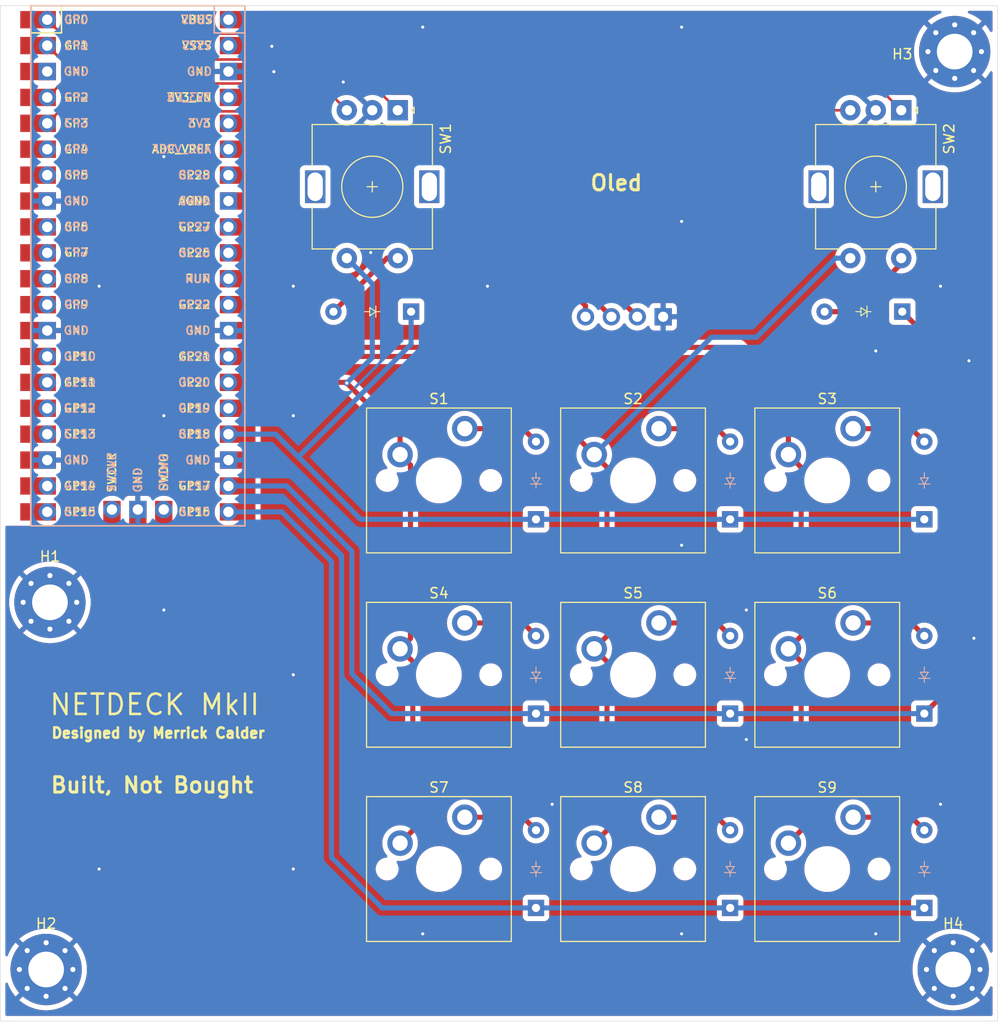
<source format=kicad_pcb>
(kicad_pcb (version 20240108) (generator "pcbnew") (generator_version "8.0")
  (layers (0 "F.Cu" signal) (31 "B.Cu" signal) (34 "B.Paste" user) (35 "F.Paste" user) (36 "B.SilkS" user "B.Silkscreen") (37 "F.SilkS" user "F.Silkscreen") (38 "B.Mask" user) (39 "F.Mask" user) (44 "Edge.Cuts" user))
  (net 0 "")
  (net 1 "Net-(D1-A)")
  (net 2 "Net-(D2-A)")
  (net 3 "Net-(D3-A)")
  (net 4 "Net-(D4-A)")
  (net 5 "/Row 0")
  (net 6 "/Row 1")
  (net 7 "/Column 0")
  (net 8 "/Column 1")
  (net 9 "Net-(D10-A)")
  (net 14 "Net-(D11-A)")
  (net 23 "Net-(D5-A)")
  (net 24 "Net-(D6-A)")
  (net 25 "/Row 2")
  (net 26 "Net-(D7-A)")
  (net 27 "Net-(D8-A)")
  (net 28 "Net-(D9-A)")
  (net 29 "/OLED_VCC")
  (net 30 "/GND")
  (net 31 "/SDA")
  (net 32 "/SCL")
  (net 33 "/Column 2")
  (net 35 "/SW1_B")
  (net 36 "/SW1_A")
  (net 38 "/SW2_B")
  (net 39 "/SW2_A")
  (footprint "ScottoKeebs_MX:MX_PCB_1.00u" (layer "F.Cu") (at 218.1225 69.215)
    (property "Reference" "S3" (at 0 -8 0) (layer "F.SilkS"))
    (property "Value" "Keyswitch")
    (pad "" np_thru_hole circle (at -5.08 0) (size 1.75 1.75) (drill 1.75) (layers "*.Cu" "*.Mask"))
    (pad "" np_thru_hole circle (at 0 0) (size 4 4) (drill 4) (layers "*.Cu" "*.Mask"))
    (pad "" np_thru_hole circle (at 5.08 0) (size 1.75 1.75) (drill 1.75) (layers "*.Cu" "*.Mask"))
    (pad "1" thru_hole circle (at -3.81 -2.54) (size 2.5 2.5) (drill 1.5) (layers "*.Cu" "*.Mask") (net 33 "/Column 2"))
    (pad "2" thru_hole circle (at 2.54 -5.08) (size 2.5 2.5) (drill 1.5) (layers "*.Cu" "*.Mask") (net 3 "Net-(D3-A)"))
  )
  (footprint "MountingHole:MountingHole_3.5mm_Pad_Via" (layer "F.Cu") (at 230.628845 27.165)
    (property "Reference" "H3" (at -5.143845 0.25 0) (layer "F.SilkS"))
    (property "Value" "MP1")
    (pad "1" thru_hole circle (at -2.625 0) (size 0.8 0.8) (drill 0.5) (layers "*.Cu" "*.Mask") (net 30 "/GND"))
    (pad "1" thru_hole circle (at -1.856155 -1.856155) (size 0.8 0.8) (drill 0.5) (layers "*.Cu" "*.Mask") (net 30 "/GND"))
    (pad "1" thru_hole circle (at -1.856155 1.856155) (size 0.8 0.8) (drill 0.5) (layers "*.Cu" "*.Mask") (net 30 "/GND"))
    (pad "1" thru_hole circle (at 0 -2.625) (size 0.8 0.8) (drill 0.5) (layers "*.Cu" "*.Mask") (net 30 "/GND"))
    (pad "1" thru_hole circle (at 0 0) (size 7 7) (drill 3.5) (layers "*.Cu" "*.Mask") (net 30 "/GND"))
    (pad "1" thru_hole circle (at 0 2.625) (size 0.8 0.8) (drill 0.5) (layers "*.Cu" "*.Mask") (net 30 "/GND"))
    (pad "1" thru_hole circle (at 1.856155 -1.856155) (size 0.8 0.8) (drill 0.5) (layers "*.Cu" "*.Mask") (net 30 "/GND"))
    (pad "1" thru_hole circle (at 1.856155 1.856155) (size 0.8 0.8) (drill 0.5) (layers "*.Cu" "*.Mask") (net 30 "/GND"))
    (pad "1" thru_hole circle (at 2.625 0) (size 0.8 0.8) (drill 0.5) (layers "*.Cu" "*.Mask") (net 30 "/GND"))
  )
  (footprint "ScottoKeebs_MX:MX_PCB_1.00u" (layer "F.Cu") (at 180.0225 107.315)
    (property "Reference" "S7" (at 0 -8 0) (layer "F.SilkS"))
    (property "Value" "Keyswitch")
    (pad "" np_thru_hole circle (at -5.08 0) (size 1.75 1.75) (drill 1.75) (layers "*.Cu" "*.Mask"))
    (pad "" np_thru_hole circle (at 0 0) (size 4 4) (drill 4) (layers "*.Cu" "*.Mask"))
    (pad "" np_thru_hole circle (at 5.08 0) (size 1.75 1.75) (drill 1.75) (layers "*.Cu" "*.Mask"))
    (pad "1" thru_hole circle (at -3.81 -2.54) (size 2.5 2.5) (drill 1.5) (layers "*.Cu" "*.Mask") (net 7 "/Column 0"))
    (pad "2" thru_hole circle (at 2.54 -5.08) (size 2.5 2.5) (drill 1.5) (layers "*.Cu" "*.Mask") (net 26 "Net-(D7-A)"))
  )
  (footprint "ScottoKeebs_MX:MX_PCB_1.00u" (layer "F.Cu") (at 199.0725 88.265)
    (property "Reference" "S5" (at 0 -8 0) (layer "F.SilkS"))
    (property "Value" "Keyswitch")
    (pad "" np_thru_hole circle (at -5.08 0) (size 1.75 1.75) (drill 1.75) (layers "*.Cu" "*.Mask"))
    (pad "" np_thru_hole circle (at 0 0) (size 4 4) (drill 4) (layers "*.Cu" "*.Mask"))
    (pad "" np_thru_hole circle (at 5.08 0) (size 1.75 1.75) (drill 1.75) (layers "*.Cu" "*.Mask"))
    (pad "1" thru_hole circle (at -3.81 -2.54) (size 2.5 2.5) (drill 1.5) (layers "*.Cu" "*.Mask") (net 8 "/Column 1"))
    (pad "2" thru_hole circle (at 2.54 -5.08) (size 2.5 2.5) (drill 1.5) (layers "*.Cu" "*.Mask") (net 23 "Net-(D5-A)"))
  )
  (footprint "MountingHole:MountingHole_3.5mm_Pad_Via" (layer "F.Cu") (at 141.485 117.165)
    (property "Reference" "H2" (at 0 -4.5 0) (layer "F.SilkS"))
    (property "Value" "MP1")
    (pad "1" thru_hole circle (at -2.625 0) (size 0.8 0.8) (drill 0.5) (layers "*.Cu" "*.Mask") (net 30 "/GND"))
    (pad "1" thru_hole circle (at -1.856155 -1.856155) (size 0.8 0.8) (drill 0.5) (layers "*.Cu" "*.Mask") (net 30 "/GND"))
    (pad "1" thru_hole circle (at -1.856155 1.856155) (size 0.8 0.8) (drill 0.5) (layers "*.Cu" "*.Mask") (net 30 "/GND"))
    (pad "1" thru_hole circle (at 0 -2.625) (size 0.8 0.8) (drill 0.5) (layers "*.Cu" "*.Mask") (net 30 "/GND"))
    (pad "1" thru_hole circle (at 0 0) (size 7 7) (drill 3.5) (layers "*.Cu" "*.Mask") (net 30 "/GND"))
    (pad "1" thru_hole circle (at 0 2.625) (size 0.8 0.8) (drill 0.5) (layers "*.Cu" "*.Mask") (net 30 "/GND"))
    (pad "1" thru_hole circle (at 1.856155 -1.856155) (size 0.8 0.8) (drill 0.5) (layers "*.Cu" "*.Mask") (net 30 "/GND"))
    (pad "1" thru_hole circle (at 1.856155 1.856155) (size 0.8 0.8) (drill 0.5) (layers "*.Cu" "*.Mask") (net 30 "/GND"))
    (pad "1" thru_hole circle (at 2.625 0) (size 0.8 0.8) (drill 0.5) (layers "*.Cu" "*.Mask") (net 30 "/GND"))
  )
  (footprint "ScottoKeebs_MX:MX_PCB_1.00u" (layer "F.Cu") (at 199.0725 107.315)
    (property "Reference" "S8" (at 0 -8 0) (layer "F.SilkS"))
    (property "Value" "Keyswitch")
    (pad "" np_thru_hole circle (at -5.08 0) (size 1.75 1.75) (drill 1.75) (layers "*.Cu" "*.Mask"))
    (pad "" np_thru_hole circle (at 0 0) (size 4 4) (drill 4) (layers "*.Cu" "*.Mask"))
    (pad "" np_thru_hole circle (at 5.08 0) (size 1.75 1.75) (drill 1.75) (layers "*.Cu" "*.Mask"))
    (pad "1" thru_hole circle (at -3.81 -2.54) (size 2.5 2.5) (drill 1.5) (layers "*.Cu" "*.Mask") (net 8 "/Column 1"))
    (pad "2" thru_hole circle (at 2.54 -5.08) (size 2.5 2.5) (drill 1.5) (layers "*.Cu" "*.Mask") (net 27 "Net-(D8-A)"))
  )
  (footprint "ScottoKeebs_MX:MX_PCB_1.00u" (layer "F.Cu") (at 180.0225 88.265)
    (property "Reference" "S4" (at 0 -8 0) (layer "F.SilkS"))
    (property "Value" "Keyswitch")
    (pad "" np_thru_hole circle (at -5.08 0) (size 1.75 1.75) (drill 1.75) (layers "*.Cu" "*.Mask"))
    (pad "" np_thru_hole circle (at 0 0) (size 4 4) (drill 4) (layers "*.Cu" "*.Mask"))
    (pad "" np_thru_hole circle (at 5.08 0) (size 1.75 1.75) (drill 1.75) (layers "*.Cu" "*.Mask"))
    (pad "1" thru_hole circle (at -3.81 -2.54) (size 2.5 2.5) (drill 1.5) (layers "*.Cu" "*.Mask") (net 7 "/Column 0"))
    (pad "2" thru_hole circle (at 2.54 -5.08) (size 2.5 2.5) (drill 1.5) (layers "*.Cu" "*.Mask") (net 4 "Net-(D4-A)"))
  )
  (footprint "Rotary_Encoder:RotaryEncoder_Alps_EC11E-Switch_Vertical_H20mm" (layer "F.Cu") (at 175.985 32.915 -90)
    (property "Reference" "SW1" (at 2.8 -4.7 90) (layer "F.SilkS"))
    (property "Value" "RotaryEncoder_Switch")
    (pad "A" thru_hole rect (at 0 0 270) (size 2 2) (drill 1) (layers "*.Cu" "*.Mask") (net 36 "/SW1_A"))
    (pad "B" thru_hole circle (at 0 5 270) (size 2 2) (drill 1) (layers "*.Cu" "*.Mask") (net 35 "/SW1_B"))
    (pad "C" thru_hole circle (at 0 2.5 270) (size 2 2) (drill 1) (layers "*.Cu" "*.Mask") (net 30 "/GND"))
    (pad "MP" thru_hole rect (at 7.5 -3.1 270) (size 3.2 2) (drill oval 2.8 1.5) (layers "*.Cu" "*.Mask"))
    (pad "MP" thru_hole rect (at 7.5 8.1 270) (size 3.2 2) (drill oval 2.8 1.5) (layers "*.Cu" "*.Mask"))
    (pad "S1" thru_hole circle (at 14.5 5 270) (size 2 2) (drill 1) (layers "*.Cu" "*.Mask") (net 7 "/Column 0"))
    (pad "S2" thru_hole circle (at 14.5 0 270) (size 2 2) (drill 1) (layers "*.Cu" "*.Mask") (net 14 "Net-(D11-A)"))
  )
  (footprint "ScottoKeebs_MX:MX_PCB_1.00u" (layer "F.Cu") (at 218.1225 88.265)
    (property "Reference" "S6" (at 0 -8 0) (layer "F.SilkS"))
    (property "Value" "Keyswitch")
    (pad "" np_thru_hole circle (at -5.08 0) (size 1.75 1.75) (drill 1.75) (layers "*.Cu" "*.Mask"))
    (pad "" np_thru_hole circle (at 0 0) (size 4 4) (drill 4) (layers "*.Cu" "*.Mask"))
    (pad "" np_thru_hole circle (at 5.08 0) (size 1.75 1.75) (drill 1.75) (layers "*.Cu" "*.Mask"))
    (pad "1" thru_hole circle (at -3.81 -2.54) (size 2.5 2.5) (drill 1.5) (layers "*.Cu" "*.Mask") (net 33 "/Column 2"))
    (pad "2" thru_hole circle (at 2.54 -5.08) (size 2.5 2.5) (drill 1.5) (layers "*.Cu" "*.Mask") (net 24 "Net-(D6-A)"))
  )
  (footprint "ScottoKeebs_Components:Diode_DO-35" (layer "F.Cu") (at 225.485 52.665 180)
    (property "Reference" "D10" (hide yes))
    (property "Value" "Diode" (hide yes))
    (pad "1" thru_hole rect (at 0 0 180) (size 1.6 1.6) (drill 0.8) (layers "*.Cu" "*.Mask") (net 6 "/Row 1"))
    (pad "2" thru_hole oval (at 7.62 0 180) (size 1.6 1.6) (drill 0.8) (layers "*.Cu" "*.Mask") (net 9 "Net-(D10-A)"))
  )
  (footprint "ScottoKeebs_Components:OLED_128x64" (layer "F.Cu") (at 198.215 53.165 180)
    (property "Reference" "J1" (hide yes))
    (property "Value" "OLED_128x64")
    (pad "1" thru_hole rect (at -3.81 0 270) (size 1.7 1.7) (drill 1) (layers "*.Cu" "*.Mask") (net 30 "/GND"))
    (pad "2" thru_hole oval (at -1.27 0 270) (size 1.7 1.7) (drill 1) (layers "*.Cu" "*.Mask") (net 29 "/OLED_VCC"))
    (pad "3" thru_hole oval (at 1.27 0 270) (size 1.7 1.7) (drill 1) (layers "*.Cu" "*.Mask") (net 32 "/SCL"))
    (pad "4" thru_hole oval (at 3.81 0 270) (size 1.7 1.7) (drill 1) (layers "*.Cu" "*.Mask") (net 31 "/SDA"))
  )
  (footprint "MountingHole:MountingHole_3.5mm_Pad_Via" (layer "F.Cu") (at 230.485 117.165)
    (property "Reference" "H4" (at 0 -4.5 0) (layer "F.SilkS"))
    (property "Value" "MP1")
    (pad "1" thru_hole circle (at -2.625 0) (size 0.8 0.8) (drill 0.5) (layers "*.Cu" "*.Mask") (net 30 "/GND"))
    (pad "1" thru_hole circle (at -1.856155 -1.856155) (size 0.8 0.8) (drill 0.5) (layers "*.Cu" "*.Mask") (net 30 "/GND"))
    (pad "1" thru_hole circle (at -1.856155 1.856155) (size 0.8 0.8) (drill 0.5) (layers "*.Cu" "*.Mask") (net 30 "/GND"))
    (pad "1" thru_hole circle (at 0 -2.625) (size 0.8 0.8) (drill 0.5) (layers "*.Cu" "*.Mask") (net 30 "/GND"))
    (pad "1" thru_hole circle (at 0 0) (size 7 7) (drill 3.5) (layers "*.Cu" "*.Mask") (net 30 "/GND"))
    (pad "1" thru_hole circle (at 0 2.625) (size 0.8 0.8) (drill 0.5) (layers "*.Cu" "*.Mask") (net 30 "/GND"))
    (pad "1" thru_hole circle (at 1.856155 -1.856155) (size 0.8 0.8) (drill 0.5) (layers "*.Cu" "*.Mask") (net 30 "/GND"))
    (pad "1" thru_hole circle (at 1.856155 1.856155) (size 0.8 0.8) (drill 0.5) (layers "*.Cu" "*.Mask") (net 30 "/GND"))
    (pad "1" thru_hole circle (at 2.625 0) (size 0.8 0.8) (drill 0.5) (layers "*.Cu" "*.Mask") (net 30 "/GND"))
  )
  (footprint "ScottoKeebs_MX:MX_PCB_1.00u" (layer "F.Cu") (at 180.0225 69.215)
    (property "Reference" "S1" (at 0 -8 0) (layer "F.SilkS"))
    (property "Value" "Keyswitch")
    (pad "" np_thru_hole circle (at -5.08 0) (size 1.75 1.75) (drill 1.75) (layers "*.Cu" "*.Mask"))
    (pad "" np_thru_hole circle (at 0 0) (size 4 4) (drill 4) (layers "*.Cu" "*.Mask"))
    (pad "" np_thru_hole circle (at 5.08 0) (size 1.75 1.75) (drill 1.75) (layers "*.Cu" "*.Mask"))
    (pad "1" thru_hole circle (at -3.81 -2.54) (size 2.5 2.5) (drill 1.5) (layers "*.Cu" "*.Mask") (net 7 "/Column 0"))
    (pad "2" thru_hole circle (at 2.54 -5.08) (size 2.5 2.5) (drill 1.5) (layers "*.Cu" "*.Mask") (net 2 "Net-(D2-A)"))
  )
  (footprint "ScottoKeebs_MX:MX_PCB_1.00u" (layer "F.Cu") (at 199.0725 69.215)
    (property "Reference" "S2" (at 0 -8 0) (layer "F.SilkS"))
    (property "Value" "Keyswitch")
    (pad "" np_thru_hole circle (at -5.08 0) (size 1.75 1.75) (drill 1.75) (layers "*.Cu" "*.Mask"))
    (pad "" np_thru_hole circle (at 0 0) (size 4 4) (drill 4) (layers "*.Cu" "*.Mask"))
    (pad "" np_thru_hole circle (at 5.08 0) (size 1.75 1.75) (drill 1.75) (layers "*.Cu" "*.Mask"))
    (pad "1" thru_hole circle (at -3.81 -2.54) (size 2.5 2.5) (drill 1.5) (layers "*.Cu" "*.Mask") (net 8 "/Column 1"))
    (pad "2" thru_hole circle (at 2.54 -5.08) (size 2.5 2.5) (drill 1.5) (layers "*.Cu" "*.Mask") (net 1 "Net-(D1-A)"))
  )
  (footprint "ScottoKeebs_MX:MX_PCB_1.00u" (layer "F.Cu") (at 218.1225 107.315)
    (property "Reference" "S9" (at 0 -8 0) (layer "F.SilkS"))
    (property "Value" "Keyswitch")
    (pad "" np_thru_hole circle (at -5.08 0) (size 1.75 1.75) (drill 1.75) (layers "*.Cu" "*.Mask"))
    (pad "" np_thru_hole circle (at 0 0) (size 4 4) (drill 4) (layers "*.Cu" "*.Mask"))
    (pad "" np_thru_hole circle (at 5.08 0) (size 1.75 1.75) (drill 1.75) (layers "*.Cu" "*.Mask"))
    (pad "1" thru_hole circle (at -3.81 -2.54) (size 2.5 2.5) (drill 1.5) (layers "*.Cu" "*.Mask") (net 33 "/Column 2"))
    (pad "2" thru_hole circle (at 2.54 -5.08) (size 2.5 2.5) (drill 1.5) (layers "*.Cu" "*.Mask") (net 28 "Net-(D9-A)"))
  )
  (footprint "ScottoKeebs_Components:Diode_DO-35" (layer "F.Cu") (at 177.295 52.665 180)
    (property "Reference" "D11" (hide yes))
    (property "Value" "Diode" (hide yes))
    (pad "1" thru_hole rect (at 0 0 180) (size 1.6 1.6) (drill 0.8) (layers "*.Cu" "*.Mask") (net 5 "/Row 0"))
    (pad "2" thru_hole oval (at 7.62 0 180) (size 1.6 1.6) (drill 0.8) (layers "*.Cu" "*.Mask") (net 14 "Net-(D11-A)"))
  )
  (footprint "Rotary_Encoder:RotaryEncoder_Alps_EC11E-Switch_Vertical_H20mm" (layer "F.Cu") (at 225.385 32.915 -90)
    (property "Reference" "SW2" (at 2.8 -4.7 90) (layer "F.SilkS"))
    (property "Value" "RotaryEncoder_Switch")
    (pad "A" thru_hole rect (at 0 0 270) (size 2 2) (drill 1) (layers "*.Cu" "*.Mask") (net 39 "/SW2_A"))
    (pad "B" thru_hole circle (at 0 5 270) (size 2 2) (drill 1) (layers "*.Cu" "*.Mask") (net 38 "/SW2_B"))
    (pad "C" thru_hole circle (at 0 2.5 270) (size 2 2) (drill 1) (layers "*.Cu" "*.Mask") (net 30 "/GND"))
    (pad "MP" thru_hole rect (at 7.5 -3.1 270) (size 3.2 2) (drill oval 2.8 1.5) (layers "*.Cu" "*.Mask"))
    (pad "MP" thru_hole rect (at 7.5 8.1 270) (size 3.2 2) (drill oval 2.8 1.5) (layers "*.Cu" "*.Mask"))
    (pad "S1" thru_hole circle (at 14.5 5 270) (size 2 2) (drill 1) (layers "*.Cu" "*.Mask") (net 8 "/Column 1"))
    (pad "S2" thru_hole circle (at 14.5 0 270) (size 2 2) (drill 1) (layers "*.Cu" "*.Mask") (net 9 "Net-(D10-A)"))
  )
  (footprint "ScottoKeebs_MCU:Raspberry_Pi_Pico" (layer "F.Cu") (at 150.485 48.165)
    (property "Reference" "U2" (hide yes))
    (property "Value" "Raspberry_Pi_Pico" (hide yes))
    (fp_text user "GP3" (at -6.04 -13.97 0) (layer "B.SilkS") (effects (font (size 0.8 0.8)) (justify mirror)))
    (fp_text user "GP28" (at 5.54 -8.89 0) (layer "B.SilkS") (effects (font (size 0.8 0.8)) (justify mirror)))
    (fp_text user "GND" (at -6.04 6.35 0) (layer "B.SilkS") (effects (font (size 0.8 0.8)) (justify mirror)))
    (fp_text user "GND" (at -6.04 -6.35 0) (layer "B.SilkS") (effects (font (size 0.8 0.8)) (justify mirror)))
    (fp_text user "SWDIO" (at 2.54 20.25 90) (layer "B.SilkS") (effects (font (size 0.8 0.8)) (justify mirror)))
    (fp_text user "GP11" (at -5.69 11.43 0) (layer "B.SilkS") (effects (font (size 0.8 0.8)) (justify mirror)))
    (fp_text user "GP20" (at 5.54 11.43 0) (layer "B.SilkS") (effects (font (size 0.8 0.8)) (justify mirror)))
    (fp_text user "GP4" (at -6.04 -11.43 0) (layer "B.SilkS") (effects (font (size 0.8 0.8)) (justify mirror)))
    (fp_text user "SWCLK" (at -2.54 20.25 90) (layer "B.SilkS") (effects (font (size 0.8 0.8)) (justify mirror)))
    (fp_text user "GP10" (at -5.69 8.89 0) (layer "B.SilkS") (effects (font (size 0.8 0.8)) (justify mirror)))
    (fp_text user "GP7" (at -6.04 -1.3 0) (layer "B.SilkS") (effects (font (size 0.8 0.8)) (justify mirror)))
    (fp_text user "GND" (at 5.89 19.05 0) (layer "B.SilkS") (effects (font (size 0.8 0.8)) (justify mirror)))
    (fp_text user "3V3" (at 6.04 -13.97 0) (layer "B.SilkS") (effects (font (size 0.8 0.8)) (justify mirror)))
    (fp_text user "GP0" (at -6.04 -24.13 0) (layer "B.SilkS") (effects (font (size 0.8 0.8)) (justify mirror)))
    (fp_text user "RUN" (at 5.89 1.27 0) (layer "B.SilkS") (effects (font (size 0.8 0.8)) (justify mirror)))
    (fp_text user "GP15" (at -5.69 24.13 0) (layer "B.SilkS") (effects (font (size 0.8 0.8)) (justify mirror)))
    (fp_text user "GP18" (at 5.54 16.51 0) (layer "B.SilkS") (effects (font (size 0.8 0.8)) (justify mirror)))
    (fp_text user "GP22" (at 5.54 3.81 0) (layer "B.SilkS") (effects (font (size 0.8 0.8)) (justify mirror)))
    (fp_text user "AGND" (at 5.54 -6.35 0) (layer "B.SilkS") (effects (font (size 0.8 0.8)) (justify mirror)))
    (fp_text user "GP2" (at -6.04 -16.51 0) (layer "B.SilkS") (effects (font (size 0.8 0.8)) (justify mirror)))
    (fp_text user "GND" (at 0 21 90) (layer "B.SilkS") (effects (font (size 0.8 0.8)) (justify mirror)))
    (fp_text user "GP9" (at -6.04 3.81 0) (layer "B.SilkS") (effects (font (size 0.8 0.8)) (justify mirror)))
    (fp_text user "GP5" (at -6.04 -8.89 0) (layer "B.SilkS") (effects (font (size 0.8 0.8)) (justify mirror)))
    (fp_text user "GP26" (at 5.54 -1.27 0) (layer "B.SilkS") (effects (font (size 0.8 0.8)) (justify mirror)))
    (fp_text user "GP1" (at -6.04 -21.6 0) (layer "B.SilkS") (effects (font (size 0.8 0.8)) (justify mirror)))
    (fp_text user "GP21" (at 5.54 8.9 0) (layer "B.SilkS") (effects (font (size 0.8 0.8)) (justify mirror)))
    (fp_text user "VSYS" (at 5.79 -21.59 0) (layer "B.SilkS") (effects (font (size 0.8 0.8)) (justify mirror)))
    (fp_text user "GP14" (at -5.69 21.59 0) (layer "B.SilkS") (effects (font (size 0.8 0.8)) (justify mirror)))
    (fp_text user "ADC_VREF" (at 4.29 -11.43 0) (layer "B.SilkS") (effects (font (size 0.8 0.8)) (justify mirror)))
    (fp_text user "GP12" (at -5.69 13.97 0) (layer "B.SilkS") (effects (font (size 0.8 0.8)) (justify mirror)))
    (fp_text user "VBUS" (at 5.79 -24.13 0) (layer "B.SilkS") (effects (font (size 0.8 0.8)) (justify mirror)))
    (fp_text user "GP13" (at -5.69 16.51 0) (layer "B.SilkS") (effects (font (size 0.8 0.8)) (justify mirror)))
    (fp_text user "GP16" (at 5.54 24.13 0) (layer "B.SilkS") (effects (font (size 0.8 0.8)) (justify mirror)))
    (fp_text user "GND" (at 6.04 -19.05 0) (layer "B.SilkS") (effects (font (size 0.8 0.8)) (justify mirror)))
    (fp_text user "GND" (at -6.04 -19.05 0) (layer "B.SilkS") (effects (font (size 0.8 0.8)) (justify mirror)))
    (fp_text user "GND" (at -6.04 19.05 0) (layer "B.SilkS") (effects (font (size 0.8 0.8)) (justify mirror)))
    (fp_text user "GP27" (at 5.54 -3.8 0) (layer "B.SilkS") (effects (font (size 0.8 0.8)) (justify mirror)))
    (fp_text user "GP17" (at 5.54 21.59 0) (layer "B.SilkS") (effects (font (size 0.8 0.8)) (justify mirror)))
    (fp_text user "GP6" (at -6.04 -3.81 0) (layer "B.SilkS") (effects (font (size 0.8 0.8)) (justify mirror)))
    (fp_text user "GP8" (at -6.04 1.27 0) (layer "B.SilkS") (effects (font (size 0.8 0.8)) (justify mirror)))
    (fp_text user "GND" (at 5.89 6.35 0) (layer "B.SilkS") (effects (font (size 0.8 0.8)) (justify mirror)))
    (fp_text user "3V3_EN" (at 5.04 -16.51 0) (layer "B.SilkS") (effects (font (size 0.8 0.8)) (justify mirror)))
    (fp_text user "GP19" (at 5.54 13.97 0) (layer "B.SilkS") (effects (font (size 0.8 0.8)) (justify mirror)))
    (fp_text user "GP22" (at 5.54 3.81 0) (layer "F.SilkS") (effects (font (size 0.8 0.8))))
    (fp_text user "GP13" (at -5.69 16.51 0) (layer "F.SilkS") (effects (font (size 0.8 0.8))))
    (fp_text user "SWCLK" (at -2.54 20.25 90) (layer "F.SilkS") (effects (font (size 0.8 0.8))))
    (fp_text user "GP8" (at -6.04 1.27 0) (layer "F.SilkS") (effects (font (size 0.8 0.8))))
    (fp_text user "GP18" (at 5.54 16.51 0) (layer "F.SilkS") (effects (font (size 0.8 0.8))))
    (fp_text user "RUN" (at 5.89 1.27 0) (layer "F.SilkS") (effects (font (size 0.8 0.8))))
    (fp_text user "GND" (at 6.04 -19.05 0) (layer "F.SilkS") (effects (font (size 0.8 0.8))))
    (fp_text user "GND" (at -6.04 -19.05 0) (layer "F.SilkS") (effects (font (size 0.8 0.8))))
    (fp_text user "GP17" (at 5.54 21.59 0) (layer "F.SilkS") (effects (font (size 0.8 0.8))))
    (fp_text user "3V3_EN" (at 5.04 -16.51 0) (layer "F.SilkS") (effects (font (size 0.8 0.8))))
    (fp_text user "GP0" (at -6.04 -24.13 0) (layer "F.SilkS") (effects (font (size 0.8 0.8))))
    (fp_text user "ADC_VREF" (at 4.29 -11.43 0) (layer "F.SilkS") (effects (font (size 0.8 0.8))))
    (fp_text user "AGND" (at 5.54 -6.35 0) (layer "F.SilkS") (effects (font (size 0.8 0.8))))
    (fp_text user "GP15" (at -5.69 24.13 0) (layer "F.SilkS") (effects (font (size 0.8 0.8))))
    (fp_text user "GP12" (at -5.69 13.97 0) (layer "F.SilkS") (effects (font (size 0.8 0.8))))
    (fp_text user "GND" (at -6.04 -6.35 0) (layer "F.SilkS") (effects (font (size 0.8 0.8))))
    (fp_text user "GP6" (at -6.04 -3.81 0) (layer "F.SilkS") (effects (font (size 0.8 0.8))))
    (fp_text user "GP9" (at -6.04 3.81 0) (layer "F.SilkS") (effects (font (size 0.8 0.8))))
    (fp_text user "GP5" (at -6.04 -8.89 0) (layer "F.SilkS") (effects (font (size 0.8 0.8))))
    (fp_text user "GP27" (at 5.54 -3.8 0) (layer "F.SilkS") (effects (font (size 0.8 0.8))))
    (fp_text user "VSYS" (at 5.79 -21.59 0) (layer "F.SilkS") (effects (font (size 0.8 0.8))))
    (fp_text user "GP20" (at 5.54 11.43 0) (layer "F.SilkS") (effects (font (size 0.8 0.8))))
    (fp_text user "GND" (at -6.04 6.35 0) (layer "F.SilkS") (effects (font (size 0.8 0.8))))
    (fp_text user "GP1" (at -6.04 -21.6 0) (layer "F.SilkS") (effects (font (size 0.8 0.8))))
    (fp_text user "GP10" (at -5.69 8.89 0) (layer "F.SilkS") (effects (font (size 0.8 0.8))))
    (fp_text user "GP21" (at 5.54 8.9 0) (layer "F.SilkS") (effects (font (size 0.8 0.8))))
    (fp_text user "GP16" (at 5.54 24.13 0) (layer "F.SilkS") (effects (font (size 0.8 0.8))))
    (fp_text user "GP11" (at -5.69 11.43 0) (layer "F.SilkS") (effects (font (size 0.8 0.8))))
    (fp_text user "GP4" (at -6.04 -11.43 0) (layer "F.SilkS") (effects (font (size 0.8 0.8))))
    (fp_text user "GND" (at 5.89 19.05 0) (layer "F.SilkS") (effects (font (size 0.8 0.8))))
    (fp_text user "GP26" (at 5.54 -1.27 0) (layer "F.SilkS") (effects (font (size 0.8 0.8))))
    (fp_text user "GP28" (at 5.54 -8.89 0) (layer "F.SilkS") (effects (font (size 0.8 0.8))))
    (fp_text user "GND" (at 5.89 6.35 0) (layer "F.SilkS") (effects (font (size 0.8 0.8))))
    (fp_text user "GP2" (at -6.04 -16.51 0) (layer "F.SilkS") (effects (font (size 0.8 0.8))))
    (fp_text user "3V3" (at 6.04 -13.97 0) (layer "F.SilkS") (effects (font (size 0.8 0.8))))
    (fp_text user "VBUS" (at 5.79 -24.13 0) (layer "F.SilkS") (effects (font (size 0.8 0.8))))
    (fp_text user "GND" (at 0 21 90) (layer "F.SilkS") (effects (font (size 0.8 0.8))))
    (fp_text user "SWDIO" (at 2.54 20.25 90) (layer "F.SilkS") (effects (font (size 0.8 0.8))))
    (fp_text user "GP19" (at 5.54 13.97 0) (layer "F.SilkS") (effects (font (size 0.8 0.8))))
    (fp_text user "GND" (at -6.04 19.05 0) (layer "F.SilkS") (effects (font (size 0.8 0.8))))
    (fp_text user "GP3" (at -6.04 -13.97 0) (layer "F.SilkS") (effects (font (size 0.8 0.8))))
    (fp_text user "GP14" (at -5.69 21.59 0) (layer "F.SilkS") (effects (font (size 0.8 0.8))))
    (fp_text user "GP7" (at -6.04 -1.3 0) (layer "F.SilkS") (effects (font (size 0.8 0.8))))
    (pad "1" thru_hole oval (at -8.89 -24.13) (size 1.7 1.7) (drill 1.02) (layers "*.Cu" "*.Mask") (net 36 "/SW1_A"))
    (pad "1" smd rect (at -8.89 -24.13) (size 3.5 1.7) (drill (offset -0.9 0)) (layers "F.Cu" "F.Mask") (net 36 "/SW1_A"))
    (pad "2" thru_hole oval (at -8.89 -21.59) (size 1.7 1.7) (drill 1.02) (layers "*.Cu" "*.Mask") (net 35 "/SW1_B"))
    (pad "2" smd rect (at -8.89 -21.59) (size 3.5 1.7) (drill (offset -0.9 0)) (layers "F.Cu" "F.Mask") (net 35 "/SW1_B"))
    (pad "3" thru_hole rect (at -8.89 -19.05) (size 1.7 1.7) (drill 1.02) (layers "*.Cu" "*.Mask"))
    (pad "3" smd rect (at -8.89 -19.05) (size 3.5 1.7) (drill (offset -0.9 0)) (layers "F.Cu" "F.Mask"))
    (pad "4" thru_hole oval (at -8.89 -16.51) (size 1.7 1.7) (drill 1.02) (layers "*.Cu" "*.Mask") (net 39 "/SW2_A"))
    (pad "4" smd rect (at -8.89 -16.51) (size 3.5 1.7) (drill (offset -0.9 0)) (layers "F.Cu" "F.Mask") (net 39 "/SW2_A"))
    (pad "5" thru_hole oval (at -8.89 -13.97) (size 1.7 1.7) (drill 1.02) (layers "*.Cu" "*.Mask") (net 38 "/SW2_B"))
    (pad "5" smd rect (at -8.89 -13.97) (size 3.5 1.7) (drill (offset -0.9 0)) (layers "F.Cu" "F.Mask") (net 38 "/SW2_B"))
    (pad "6" thru_hole oval (at -8.89 -11.43) (size 1.7 1.7) (drill 1.02) (layers "*.Cu" "*.Mask"))
    (pad "6" smd rect (at -8.89 -11.43) (size 3.5 1.7) (drill (offset -0.9 0)) (layers "F.Cu" "F.Mask"))
    (pad "7" thru_hole oval (at -8.89 -8.89) (size 1.7 1.7) (drill 1.02) (layers "*.Cu" "*.Mask"))
    (pad "7" smd rect (at -8.89 -8.89) (size 3.5 1.7) (drill (offset -0.9 0)) (layers "F.Cu" "F.Mask"))
    (pad "8" thru_hole rect (at -8.89 -6.35) (size 1.7 1.7) (drill 1.02) (layers "*.Cu" "*.Mask") (net 30 "/GND"))
    (pad "8" smd rect (at -8.89 -6.35) (size 3.5 1.7) (drill (offset -0.9 0)) (layers "F.Cu" "F.Mask") (net 30 "/GND"))
    (pad "9" thru_hole oval (at -8.89 -3.81) (size 1.7 1.7) (drill 1.02) (layers "*.Cu" "*.Mask"))
    (pad "9" smd rect (at -8.89 -3.81) (size 3.5 1.7) (drill (offset -0.9 0)) (layers "F.Cu" "F.Mask"))
    (pad "10" thru_hole oval (at -8.89 -1.27) (size 1.7 1.7) (drill 1.02) (layers "*.Cu" "*.Mask"))
    (pad "10" smd rect (at -8.89 -1.27) (size 3.5 1.7) (drill (offset -0.9 0)) (layers "F.Cu" "F.Mask"))
    (pad "11" thru_hole oval (at -8.89 1.27) (size 1.7 1.7) (drill 1.02) (layers "*.Cu" "*.Mask"))
    (pad "11" smd rect (at -8.89 1.27) (size 3.5 1.7) (drill (offset -0.9 0)) (layers "F.Cu" "F.Mask"))
    (pad "12" thru_hole oval (at -8.89 3.81) (size 1.7 1.7) (drill 1.02) (layers "*.Cu" "*.Mask"))
    (pad "12" smd rect (at -8.89 3.81) (size 3.5 1.7) (drill (offset -0.9 0)) (layers "F.Cu" "F.Mask"))
    (pad "13" thru_hole rect (at -8.89 6.35) (size 1.7 1.7) (drill 1.02) (layers "*.Cu" "*.Mask") (net 30 "/GND"))
    (pad "13" smd rect (at -8.89 6.35) (size 3.5 1.7) (drill (offset -0.9 0)) (layers "F.Cu" "F.Mask") (net 30 "/GND"))
    (pad "14" thru_hole oval (at -8.89 8.89) (size 1.7 1.7) (drill 1.02) (layers "*.Cu" "*.Mask"))
    (pad "14" smd rect (at -8.89 8.89) (size 3.5 1.7) (drill (offset -0.9 0)) (layers "F.Cu" "F.Mask"))
    (pad "15" thru_hole oval (at -8.89 11.43) (size 1.7 1.7) (drill 1.02) (layers "*.Cu" "*.Mask"))
    (pad "15" smd rect (at -8.89 11.43) (size 3.5 1.7) (drill (offset -0.9 0)) (layers "F.Cu" "F.Mask"))
    (pad "16" thru_hole oval (at -8.89 13.97) (size 1.7 1.7) (drill 1.02) (layers "*.Cu" "*.Mask"))
    (pad "16" smd rect (at -8.89 13.97) (size 3.5 1.7) (drill (offset -0.9 0)) (layers "F.Cu" "F.Mask"))
    (pad "17" thru_hole oval (at -8.89 16.51) (size 1.7 1.7) (drill 1.02) (layers "*.Cu" "*.Mask"))
    (pad "17" smd rect (at -8.89 16.51) (size 3.5 1.7) (drill (offset -0.9 0)) (layers "F.Cu" "F.Mask"))
    (pad "18" thru_hole rect (at -8.89 19.05) (size 1.7 1.7) (drill 1.02) (layers "*.Cu" "*.Mask") (net 30 "/GND"))
    (pad "18" smd rect (at -8.89 19.05) (size 3.5 1.7) (drill (offset -0.9 0)) (layers "F.Cu" "F.Mask") (net 30 "/GND"))
    (pad "19" thru_hole oval (at -8.89 21.59) (size 1.7 1.7) (drill 1.02) (layers "*.Cu" "*.Mask"))
    (pad "19" smd rect (at -8.89 21.59) (size 3.5 1.7) (drill (offset -0.9 0)) (layers "F.Cu" "F.Mask"))
    (pad "20" thru_hole oval (at -8.89 24.13) (size 1.7 1.7) (drill 1.02) (layers "*.Cu" "*.Mask"))
    (pad "20" smd rect (at -8.89 24.13) (size 3.5 1.7) (drill (offset -0.9 0)) (layers "F.Cu" "F.Mask"))
    (pad "21" thru_hole oval (at 8.89 24.13) (size 1.7 1.7) (drill 1.02) (layers "*.Cu" "*.Mask") (net 25 "/Row 2"))
    (pad "21" smd rect (at 8.89 24.13) (size 3.5 1.7) (drill (offset 0.9 0)) (layers "F.Cu" "F.Mask") (net 25 "/Row 2"))
    (pad "22" thru_hole oval (at 8.89 21.59) (size 1.7 1.7) (drill 1.02) (layers "*.Cu" "*.Mask") (net 6 "/Row 1"))
    (pad "22" smd rect (at 8.89 21.59) (size 3.5 1.7) (drill (offset 0.9 0)) (layers "F.Cu" "F.Mask") (net 6 "/Row 1"))
    (pad "23" thru_hole rect (at 8.89 19.05) (size 1.7 1.7) (drill 1.02) (layers "*.Cu" "*.Mask") (net 30 "/GND"))
    (pad "23" smd rect (at 8.89 19.05) (size 3.5 1.7) (drill (offset 0.9 0)) (layers "F.Cu" "F.Mask") (net 30 "/GND"))
    (pad "24" thru_hole oval (at 8.89 16.51) (size 1.7 1.7) (drill 1.02) (layers "*.Cu" "*.Mask") (net 5 "/Row 0"))
    (pad "24" smd rect (at 8.89 16.51) (size 3.5 1.7) (drill (offset 0.9 0)) (layers "F.Cu" "F.Mask") (net 5 "/Row 0"))
    (pad "25" thru_hole oval (at 8.89 13.97) (size 1.7 1.7) (drill 1.02) (layers "*.Cu" "*.Mask"))
    (pad "25" smd rect (at 8.89 13.97) (size 3.5 1.7) (drill (offset 0.9 0)) (layers "F.Cu" "F.Mask"))
    (pad "26" thru_hole oval (at 8.89 11.43) (size 1.7 1.7) (drill 1.02) (layers "*.Cu" "*.Mask") (net 7 "/Column 0"))
    (pad "26" smd rect (at 8.89 11.43) (size 3.5 1.7) (drill (offset 0.9 0)) (layers "F.Cu" "F.Mask") (net 7 "/Column 0"))
    (pad "27" thru_hole oval (at 8.89 8.89) (size 1.7 1.7) (drill 1.02) (layers "*.Cu" "*.Mask") (net 8 "/Column 1"))
    (pad "27" smd rect (at 8.89 8.89) (size 3.5 1.7) (drill (offset 0.9 0)) (layers "F.Cu" "F.Mask") (net 8 "/Column 1"))
    (pad "28" thru_hole rect (at 8.89 6.35) (size 1.7 1.7) (drill 1.02) (layers "*.Cu" "*.Mask") (net 30 "/GND"))
    (pad "28" smd rect (at 8.89 6.35) (size 3.5 1.7) (drill (offset 0.9 0)) (layers "F.Cu" "F.Mask") (net 30 "/GND"))
    (pad "29" thru_hole oval (at 8.89 3.81) (size 1.7 1.7) (drill 1.02) (layers "*.Cu" "*.Mask") (net 33 "/Column 2"))
    (pad "29" smd rect (at 8.89 3.81) (size 3.5 1.7) (drill (offset 0.9 0)) (layers "F.Cu" "F.Mask") (net 33 "/Column 2"))
    (pad "30" thru_hole oval (at 8.89 1.27) (size 1.7 1.7) (drill 1.02) (layers "*.Cu" "*.Mask"))
    (pad "30" smd rect (at 8.89 1.27) (size 3.5 1.7) (drill (offset 0.9 0)) (layers "F.Cu" "F.Mask"))
    (pad "31" thru_hole oval (at 8.89 -1.27) (size 1.7 1.7) (drill 1.02) (layers "*.Cu" "*.Mask") (net 31 "/SDA"))
    (pad "31" smd rect (at 8.89 -1.27) (size 3.5 1.7) (drill (offset 0.9 0)) (layers "F.Cu" "F.Mask") (net 31 "/SDA"))
    (pad "32" thru_hole oval (at 8.89 -3.81) (size 1.7 1.7) (drill 1.02) (layers "*.Cu" "*.Mask") (net 32 "/SCL"))
    (pad "32" smd rect (at 8.89 -3.81) (size 3.5 1.7) (drill (offset 0.9 0)) (layers "F.Cu" "F.Mask") (net 32 "/SCL"))
    (pad "33" thru_hole rect (at 8.89 -6.35) (size 1.7 1.7) (drill 1.02) (layers "*.Cu" "*.Mask"))
    (pad "33" smd rect (at 8.89 -6.35) (size 3.5 1.7) (drill (offset 0.9 0)) (layers "F.Cu" "F.Mask"))
    (pad "34" thru_hole oval (at 8.89 -8.89) (size 1.7 1.7) (drill 1.02) (layers "*.Cu" "*.Mask"))
    (pad "34" smd rect (at 8.89 -8.89) (size 3.5 1.7) (drill (offset 0.9 0)) (layers "F.Cu" "F.Mask"))
    (pad "35" thru_hole oval (at 8.89 -11.43) (size 1.7 1.7) (drill 1.02) (layers "*.Cu" "*.Mask"))
    (pad "35" smd rect (at 8.89 -11.43) (size 3.5 1.7) (drill (offset 0.9 0)) (layers "F.Cu" "F.Mask"))
    (pad "36" thru_hole oval (at 8.89 -13.97) (size 1.7 1.7) (drill 1.02) (layers "*.Cu" "*.Mask") (net 29 "/OLED_VCC"))
    (pad "36" smd rect (at 8.89 -13.97) (size 3.5 1.7) (drill (offset 0.9 0)) (layers "F.Cu" "F.Mask") (net 29 "/OLED_VCC"))
    (pad "37" thru_hole oval (at 8.89 -16.51) (size 1.7 1.7) (drill 1.02) (layers "*.Cu" "*.Mask"))
    (pad "37" smd rect (at 8.89 -16.51) (size 3.5 1.7) (drill (offset 0.9 0)) (layers "F.Cu" "F.Mask"))
    (pad "38" thru_hole rect (at 8.89 -19.05) (size 1.7 1.7) (drill 1.02) (layers "*.Cu" "*.Mask") (net 30 "/GND"))
    (pad "38" smd rect (at 8.89 -19.05) (size 3.5 1.7) (drill (offset 0.9 0)) (layers "F.Cu" "F.Mask") (net 30 "/GND"))
    (pad "39" thru_hole oval (at 8.89 -21.59) (size 1.7 1.7) (drill 1.02) (layers "*.Cu" "*.Mask"))
    (pad "39" smd rect (at 8.89 -21.59) (size 3.5 1.7) (drill (offset 0.9 0)) (layers "F.Cu" "F.Mask"))
    (pad "40" thru_hole oval (at 8.89 -24.13) (size 1.7 1.7) (drill 1.02) (layers "*.Cu" "*.Mask"))
    (pad "40" smd rect (at 8.89 -24.13) (size 3.5 1.7) (drill (offset 0.9 0)) (layers "F.Cu" "F.Mask"))
    (pad "41" thru_hole oval (at -2.54 23.9) (size 1.7 1.7) (drill 1.02) (layers "*.Cu" "*.Mask"))
    (pad "41" smd rect (at -2.54 23.9 90) (size 3.5 1.7) (drill (offset -0.9 0)) (layers "F.Cu" "F.Mask"))
    (pad "42" thru_hole rect (at 0 23.9) (size 1.7 1.7) (drill 1.02) (layers "*.Cu" "*.Mask") (net 30 "/GND"))
    (pad "42" smd rect (at 0 23.9 90) (size 3.5 1.7) (drill (offset -0.9 0)) (layers "F.Cu" "F.Mask") (net 30 "/GND"))
    (pad "43" thru_hole oval (at 2.54 23.9) (size 1.7 1.7) (drill 1.02) (layers "*.Cu" "*.Mask"))
    (pad "43" smd rect (at 2.54 23.9 90) (size 3.5 1.7) (drill (offset -0.9 0)) (layers "F.Cu" "F.Mask"))
  )
  (footprint "MountingHole:MountingHole_3.5mm_Pad_Via" (layer "F.Cu") (at 141.86 81.165)
    (property "Reference" "H1" (at 0 -4.5 0) (layer "F.SilkS"))
    (property "Value" "MP")
    (pad "1" thru_hole circle (at -2.625 0) (size 0.8 0.8) (drill 0.5) (layers "*.Cu" "*.Mask") (net 30 "/GND"))
    (pad "1" thru_hole circle (at -1.856155 -1.856155) (size 0.8 0.8) (drill 0.5) (layers "*.Cu" "*.Mask") (net 30 "/GND"))
    (pad "1" thru_hole circle (at -1.856155 1.856155) (size 0.8 0.8) (drill 0.5) (layers "*.Cu" "*.Mask") (net 30 "/GND"))
    (pad "1" thru_hole circle (at 0 -2.625) (size 0.8 0.8) (drill 0.5) (layers "*.Cu" "*.Mask") (net 30 "/GND"))
    (pad "1" thru_hole circle (at 0 0) (size 7 7) (drill 3.5) (layers "*.Cu" "*.Mask") (net 30 "/GND"))
    (pad "1" thru_hole circle (at 0 2.625) (size 0.8 0.8) (drill 0.5) (layers "*.Cu" "*.Mask") (net 30 "/GND"))
    (pad "1" thru_hole circle (at 1.856155 -1.856155) (size 0.8 0.8) (drill 0.5) (layers "*.Cu" "*.Mask") (net 30 "/GND"))
    (pad "1" thru_hole circle (at 1.856155 1.856155) (size 0.8 0.8) (drill 0.5) (layers "*.Cu" "*.Mask") (net 30 "/GND"))
    (pad "1" thru_hole circle (at 2.625 0) (size 0.8 0.8) (drill 0.5) (layers "*.Cu" "*.Mask") (net 30 "/GND"))
  )
  (footprint "ScottoKeebs_Components:Diode_DO-35" (layer "B.Cu") (at 208.5975 73.025 90)
    (property "Reference" "D1" (hide yes))
    (property "Value" "Diode" (hide yes))
    (pad "1" thru_hole rect (at 0 0 90) (size 1.6 1.6) (drill 0.8) (layers "*.Cu" "*.Mask") (net 5 "/Row 0"))
    (pad "2" thru_hole oval (at 7.62 0 90) (size 1.6 1.6) (drill 0.8) (layers "*.Cu" "*.Mask") (net 1 "Net-(D1-A)"))
  )
  (footprint "ScottoKeebs_Components:Diode_DO-35" (layer "B.Cu") (at 189.5475 92.075 90)
    (property "Reference" "D4" (hide yes))
    (property "Value" "Diode" (hide yes))
    (pad "1" thru_hole rect (at 0 0 90) (size 1.6 1.6) (drill 0.8) (layers "*.Cu" "*.Mask") (net 6 "/Row 1"))
    (pad "2" thru_hole oval (at 7.62 0 90) (size 1.6 1.6) (drill 0.8) (layers "*.Cu" "*.Mask") (net 4 "Net-(D4-A)"))
  )
  (footprint "ScottoKeebs_Components:Diode_DO-35" (layer "B.Cu") (at 189.5475 111.125 90)
    (property "Reference" "D7" (hide yes))
    (property "Value" "Diode" (hide yes))
    (pad "1" thru_hole rect (at 0 0 90) (size 1.6 1.6) (drill 0.8) (layers "*.Cu" "*.Mask") (net 25 "/Row 2"))
    (pad "2" thru_hole oval (at 7.62 0 90) (size 1.6 1.6) (drill 0.8) (layers "*.Cu" "*.Mask") (net 26 "Net-(D7-A)"))
  )
  (footprint "ScottoKeebs_Components:Diode_DO-35" (layer "B.Cu") (at 208.5975 111.125 90)
    (property "Reference" "D8" (hide yes))
    (property "Value" "Diode" (hide yes))
    (pad "1" thru_hole rect (at 0 0 90) (size 1.6 1.6) (drill 0.8) (layers "*.Cu" "*.Mask") (net 25 "/Row 2"))
    (pad "2" thru_hole oval (at 7.62 0 90) (size 1.6 1.6) (drill 0.8) (layers "*.Cu" "*.Mask") (net 27 "Net-(D8-A)"))
  )
  (footprint "ScottoKeebs_Components:Diode_DO-35" (layer "B.Cu") (at 208.5975 92.075 90)
    (property "Reference" "D5" (hide yes))
    (property "Value" "Diode" (hide yes))
    (pad "1" thru_hole rect (at 0 0 90) (size 1.6 1.6) (drill 0.8) (layers "*.Cu" "*.Mask") (net 6 "/Row 1"))
    (pad "2" thru_hole oval (at 7.62 0 90) (size 1.6 1.6) (drill 0.8) (layers "*.Cu" "*.Mask") (net 23 "Net-(D5-A)"))
  )
  (footprint "ScottoKeebs_Components:Diode_DO-35" (layer "B.Cu") (at 189.5475 73.025 90)
    (property "Reference" "D2" (hide yes))
    (property "Value" "Diode" (hide yes))
    (pad "1" thru_hole rect (at 0 0 90) (size 1.6 1.6) (drill 0.8) (layers "*.Cu" "*.Mask") (net 5 "/Row 0"))
    (pad "2" thru_hole oval (at 7.62 0 90) (size 1.6 1.6) (drill 0.8) (layers "*.Cu" "*.Mask") (net 2 "Net-(D2-A)"))
  )
  (footprint "ScottoKeebs_Components:Diode_DO-35" (layer "B.Cu") (at 227.6475 111.125 90)
    (property "Reference" "D9" (hide yes))
    (property "Value" "Diode" (hide yes))
    (pad "1" thru_hole rect (at 0 0 90) (size 1.6 1.6) (drill 0.8) (layers "*.Cu" "*.Mask") (net 25 "/Row 2"))
    (pad "2" thru_hole oval (at 7.62 0 90) (size 1.6 1.6) (drill 0.8) (layers "*.Cu" "*.Mask") (net 28 "Net-(D9-A)"))
  )
  (footprint "ScottoKeebs_Components:Diode_DO-35" (layer "B.Cu") (at 227.6475 92.075 90)
    (property "Reference" "D6" (hide yes))
    (property "Value" "Diode" (hide yes))
    (pad "1" thru_hole rect (at 0 0 90) (size 1.6 1.6) (drill 0.8) (layers "*.Cu" "*.Mask") (net 6 "/Row 1"))
    (pad "2" thru_hole oval (at 7.62 0 90) (size 1.6 1.6) (drill 0.8) (layers "*.Cu" "*.Mask") (net 24 "Net-(D6-A)"))
  )
  (footprint "ScottoKeebs_Components:Diode_DO-35" (layer "B.Cu") (at 227.6475 73.025 90)
    (property "Reference" "D3" (hide yes))
    (property "Value" "Diode" (hide yes))
    (pad "1" thru_hole rect (at 0 0 90) (size 1.6 1.6) (drill 0.8) (layers "*.Cu" "*.Mask") (net 5 "/Row 0"))
    (pad "2" thru_hole oval (at 7.62 0 90) (size 1.6 1.6) (drill 0.8) (layers "*.Cu" "*.Mask") (net 3 "Net-(D3-A)"))
  )
  (gr_rect (start 136.985 22.665) (end 234.83314 122.21314) (stroke (width 0.05)) (fill none) (layer "Edge.Cuts"))
  (gr_text "Built, Not Bought\n" (at 141.785 99.965 0) (layer "F.SilkS") (effects (font (size 1.5 1.5) (thickness 0.3) (bold yes)) (justify left bottom)))
  (gr_text "Designed by Merrick Calder" (at 141.885 94.565 0) (layer "F.SilkS") (effects (font (size 1 1) (thickness 0.25) (bold yes)) (justify left bottom)))
  (gr_text "NETDECK MkII" (at 141.685 92.365 0) (layer "F.SilkS") (effects (font (size 2 2) (thickness 0.25) (bold yes)) (justify left bottom)))
  (gr_text "Oled" (at 194.735 40.915 0) (layer "F.SilkS") (effects (font (size 1.5 1.5) (thickness 0.3) (bold yes)) (justify left bottom)))
  (segment (start 207.3275 64.135) (end 208.5975 65.405) (width 0.5) (layer "F.Cu") (net 1))
  (segment (start 201.6125 64.135) (end 207.3275 64.135) (width 0.5) (layer "F.Cu") (net 1))
  (segment (start 188.2775 64.135) (end 189.5475 65.405) (width 0.5) (layer "F.Cu") (net 2))
  (segment (start 182.5625 64.135) (end 188.2775 64.135) (width 0.5) (layer "F.Cu") (net 2))
  (segment (start 220.6625 64.135) (end 226.3775 64.135) (width 0.5) (layer "F.Cu") (net 3))
  (segment (start 226.3775 64.135) (end 227.6475 65.405) (width 0.5) (layer "F.Cu") (net 3))
  (segment (start 188.2775 83.185) (end 189.5475 84.455) (width 0.5) (layer "F.Cu") (net 4))
  (segment (start 182.5625 83.185) (end 188.2775 83.185) (width 0.5) (layer "F.Cu") (net 4))
  (segment (start 189.5475 73.025) (end 172.345 73.025) (width 0.5) (layer "B.Cu") (net 5))
  (segment (start 166.235 66.915) (end 163.995 64.675) (width 0.5) (layer "B.Cu") (net 5))
  (segment (start 177.295 52.665) (end 177.295 55.855) (width 0.5) (layer "B.Cu") (net 5))
  (segment (start 208.5975 73.025) (end 189.5475 73.025) (width 0.5) (layer "B.Cu") (net 5))
  (segment (start 177.295 55.855) (end 166.235 66.915) (width 0.5) (layer "B.Cu") (net 5))
  (segment (start 163.995 64.675) (end 159.375 64.675) (width 0.5) (layer "B.Cu") (net 5))
  (segment (start 227.6475 73.025) (end 208.5975 73.025) (width 0.5) (layer "B.Cu") (net 5))
  (segment (start 172.345 73.025) (end 166.235 66.915) (width 0.5) (layer "B.Cu") (net 5))
  (segment (start 229.485 90.2375) (end 227.6475 92.075) (width 0.5) (layer "F.Cu") (net 6))
  (segment (start 229.485 56.665) (end 229.485 90.2375) (width 0.5) (layer "F.Cu") (net 6))
  (segment (start 225.485 52.665) (end 229.485 56.665) (width 0.5) (layer "F.Cu") (net 6))
  (segment (start 189.5475 92.075) (end 175.395 92.075) (width 0.5) (layer "B.Cu") (net 6))
  (segment (start 171.485 76.165) (end 165.075 69.755) (width 0.5) (layer "B.Cu") (net 6))
  (segment (start 165.075 69.755) (end 159.375 69.755) (width 0.5) (layer "B.Cu") (net 6))
  (segment (start 171.485 88.165) (end 171.485 76.165) (width 0.5) (layer "B.Cu") (net 6))
  (segment (start 175.395 92.075) (end 171.485 88.165) (width 0.5) (layer "B.Cu") (net 6))
  (segment (start 227.6475 92.075) (end 208.5975 92.075) (width 0.5) (layer "B.Cu") (net 6))
  (segment (start 208.5975 92.075) (end 189.5475 92.075) (width 0.5) (layer "B.Cu") (net 6))
  (segment (start 177.462499 103.525001) (end 176.2125 104.775) (width 0.5) (layer "F.Cu") (net 7))
  (segment (start 177.235 84.7025) (end 176.2125 85.725) (width 0.5) (layer "F.Cu") (net 7))
  (segment (start 177.462499 86.974999) (end 177.462499 103.525001) (width 0.5) (layer "F.Cu") (net 7))
  (segment (start 170.915 59.595) (end 176.2125 64.8925) (width 0.5) (layer "F.Cu") (net 7))
  (segment (start 176.2125 66.675) (end 177.235 67.6975) (width 0.5) (layer "F.Cu") (net 7))
  (segment (start 177.235 67.6975) (end 177.235 84.7025) (width 0.5) (layer "F.Cu") (net 7))
  (segment (start 176.2125 64.8925) (end 176.2125 66.675) (width 0.5) (layer "F.Cu") (net 7))
  (segment (start 159.375 59.595) (end 170.915 59.595) (width 0.5) (layer "F.Cu") (net 7))
  (segment (start 176.2125 85.725) (end 177.462499 86.974999) (width 0.5) (layer "F.Cu") (net 7))
  (via (at 170.985 59.665) (size 0.6) (drill 0.3) (layers "F.Cu" "B.Cu") (net 7))
  (segment (start 170.985 47.415) (end 173.485 49.915) (width 0.5) (layer "B.Cu") (net 7))
  (segment (start 173.485 49.915) (end 173.485 57.165) (width 0.5) (layer "B.Cu") (net 7))
  (segment (start 173.485 57.165) (end 170.985 59.665) (width 0.5) (layer "B.Cu") (net 7))
  (segment (start 196.512499 67.924999) (end 196.512499 84.475001) (width 0.5) (layer "F.Cu") (net 8))
  (segment (start 195.2625 66.675) (end 185.6425 57.055) (width 0.5) (layer "F.Cu") (net 8))
  (segment (start 196.512499 86.974999) (end 196.512499 103.525001) (width 0.5) (layer "F.Cu") (net 8))
  (segment (start 196.512499 84.475001) (end 195.2625 85.725) (width 0.5) (layer "F.Cu") (net 8))
  (segment (start 195.2625 66.675) (end 196.512499 67.924999) (width 0.5) (layer "F.Cu") (net 8))
  (segment (start 185.6425 57.055) (end 159.375 57.055) (width 0.5) (layer "F.Cu") (net 8))
  (segment (start 196.512499 103.525001) (end 195.2625 104.775) (width 0.5) (layer "F.Cu") (net 8))
  (segment (start 195.2625 85.725) (end 196.512499 86.974999) (width 0.5) (layer "F.Cu") (net 8))
  (segment (start 218.935 47.415) (end 211.185 55.165) (width 0.5) (layer "B.Cu") (net 8))
  (segment (start 220.385 47.415) (end 218.935 47.415) (width 0.5) (layer "B.Cu") (net 8))
  (segment (start 211.185 55.165) (end 206.7725 55.165) (width 0.5) (layer "B.Cu") (net 8))
  (segment (start 206.7725 55.165) (end 195.2625 66.675) (width 0.5) (layer "B.Cu") (net 8))
  (segment (start 217.865 52.665) (end 220.675 52.665) (width 0.5) (layer "F.Cu") (net 9))
  (segment (start 225.385 47.955) (end 225.385 47.415) (width 0.5) (layer "F.Cu") (net 9))
  (segment (start 220.675 52.665) (end 225.385 47.955) (width 0.5) (layer "F.Cu") (net 9))
  (segment (start 174.925 47.415) (end 175.985 47.415) (width 0.5) (layer "F.Cu") (net 14))
  (segment (start 169.675 52.665) (end 174.925 47.415) (width 0.5) (layer "F.Cu") (net 14))
  (segment (start 207.3275 83.185) (end 208.5975 84.455) (width 0.5) (layer "F.Cu") (net 23))
  (segment (start 201.6125 83.185) (end 207.3275 83.185) (width 0.5) (layer "F.Cu") (net 23))
  (segment (start 220.6625 83.185) (end 226.3775 83.185) (width 0.5) (layer "F.Cu") (net 24))
  (segment (start 226.3775 83.185) (end 227.6475 84.455) (width 0.5) (layer "F.Cu") (net 24))
  (segment (start 174.445 111.125) (end 169.485 106.165) (width 0.5) (layer "B.Cu") (net 25))
  (segment (start 227.6475 111.125) (end 208.5975 111.125) (width 0.5) (layer "B.Cu") (net 25))
  (segment (start 169.485 77.165) (end 164.615 72.295) (width 0.5) (layer "B.Cu") (net 25))
  (segment (start 208.5975 111.125) (end 189.5475 111.125) (width 0.5) (layer "B.Cu") (net 25))
  (segment (start 164.615 72.295) (end 159.375 72.295) (width 0.5) (layer "B.Cu") (net 25))
  (segment (start 169.485 106.165) (end 169.485 77.165) (width 0.5) (layer "B.Cu") (net 25))
  (segment (start 189.5475 111.125) (end 174.445 111.125) (width 0.5) (layer "B.Cu") (net 25))
  (segment (start 182.5625 102.235) (end 188.2775 102.235) (width 0.5) (layer "F.Cu") (net 26))
  (segment (start 188.2775 102.235) (end 189.5475 103.505) (width 0.5) (layer "F.Cu") (net 26))
  (segment (start 207.3275 102.235) (end 208.5975 103.505) (width 0.5) (layer "F.Cu") (net 27))
  (segment (start 201.6125 102.235) (end 207.3275 102.235) (width 0.5) (layer "F.Cu") (net 27))
  (segment (start 226.3775 102.235) (end 227.6475 103.505) (width 0.5) (layer "F.Cu") (net 28))
  (segment (start 220.6625 102.235) (end 226.3775 102.235) (width 0.5) (layer "F.Cu") (net 28))
  (segment (start 199.485 53.165) (end 182.985 36.665) (width 0.5) (layer "F.Cu") (net 29))
  (segment (start 164.515 34.195) (end 159.375 34.195) (width 0.5) (layer "F.Cu") (net 29))
  (segment (start 182.985 36.665) (end 166.985 36.665) (width 0.5) (layer "F.Cu") (net 29))
  (segment (start 166.985 36.665) (end 164.515 34.195) (width 0.5) (layer "F.Cu") (net 29))
  (via (at 165.735 50.165) (size 0.6) (drill 0.3) (layers "F.Cu" "B.Cu") (net 30))
  (via (at 203.835 24.765) (size 0.6) (drill 0.3) (layers "F.Cu" "B.Cu") (net 30))
  (via (at 229.235 100.965) (size 0.6) (drill 0.3) (layers "F.Cu" "B.Cu") (net 30))
  (via (at 165.735 107.315) (size 0.6) (drill 0.3) (layers "F.Cu" "B.Cu") (net 30))
  (via (at 210.185 81.915) (size 0.6) (drill 0.3) (layers "F.Cu" "B.Cu") (net 30))
  (via (at 170.6372 30.1498) (size 0.6) (drill 0.3) (layers "F.Cu" "B.Cu") (net 30))
  (via (at 153.035 37.465) (size 0.6) (drill 0.3) (layers "F.Cu" "B.Cu") (net 30))
  (via (at 173.3296 46.863) (size 0.6) (drill 0.3) (layers "F.Cu" "B.Cu") (net 30))
  (via (at 191.135 100.965) (size 0.6) (drill 0.3) (layers "F.Cu" "B.Cu") (net 30))
  (via (at 146.685 107.315) (size 0.6) (drill 0.3) (layers "F.Cu" "B.Cu") (net 30))
  (via (at 222.885 113.665) (size 0.6) (drill 0.3) (layers "F.Cu" "B.Cu") (net 30))
  (via (at 146.685 50.165) (size 0.6) (drill 0.3) (layers "F.Cu" "B.Cu") (net 30))
  (via (at 165.735 88.265) (size 0.6) (drill 0.3) (layers "F.Cu" "B.Cu") (net 30))
  (via (at 232.029 57.4802) (size 0.6) (drill 0.3) (layers "F.Cu" "B.Cu") (net 30))
  (via (at 203.835 113.665) (size 0.6) (drill 0.3) (layers "F.Cu" "B.Cu") (net 30))
  (via (at 203.835 43.815) (size 0.6) (drill 0.3) (layers "F.Cu" "B.Cu") (net 30))
  (via (at 229.235 50.165) (size 0.6) (drill 0.3) (layers "F.Cu" "B.Cu") (net 30))
  (via (at 232.5116 84.6836) (size 0.6) (drill 0.3) (layers "F.Cu" "B.Cu") (net 30))
  (via (at 178.435 24.765) (size 0.6) (drill 0.3) (layers "F.Cu" "B.Cu") (net 30))
  (via (at 153.035 81.915) (size 0.6) (drill 0.3) (layers "F.Cu" "B.Cu") (net 30))
  (via (at 165.735 62.865) (size 0.6) (drill 0.3) (layers "F.Cu" "B.Cu") (net 30))
  (via (at 163.83 29.1338) (size 0.6) (drill 0.3) (layers "F.Cu" "B.Cu") (net 30))
  (via (at 222.885 56.515) (size 0.6) (drill 0.3) (layers "F.Cu" "B.Cu") (net 30))
  (via (at 184.785 50.165) (size 0.6) (drill 0.3) (layers "F.Cu" "B.Cu") (net 30))
  (via (at 203.835 75.565) (size 0.6) (drill 0.3) (layers "F.Cu" "B.Cu") (net 30))
  (via (at 163.6268 26.6446) (size 0.6) (drill 0.3) (layers "F.Cu" "B.Cu") (net 30))
  (via (at 178.435 113.665) (size 0.6) (drill 0.3) (layers "F.Cu" "B.Cu") (net 30))
  (via (at 210.185 94.615) (size 0.6) (drill 0.3) (layers "F.Cu" "B.Cu") (net 30))
  (via (at 153.035 62.865) (size 0.6) (drill 0.3) (layers "F.Cu" "B.Cu") (net 30))
  (segment (start 187.485 45.165) (end 168.485 45.165) (width 0.5) (layer "F.Cu") (net 31))
  (segment (start 168.485 45.165) (end 166.755 46.895) (width 0.5) (layer "F.Cu") (net 31))
  (segment (start 194.405 52.085) (end 187.485 45.165) (width 0.5) (layer "F.Cu") (net 31))
  (segment (start 194.405 53.165) (end 194.405 52.085) (width 0.5) (layer "F.Cu") (net 31))
  (segment (start 166.755 46.895) (end 159.375 46.895) (width 0.5) (layer "F.Cu") (net 31))
  (segment (start 196.945 53.165) (end 188.135 44.355) (width 0.5) (layer "F.Cu") (net 32))
  (segment (start 188.135 44.355) (end 159.375 44.355) (width 0.5) (layer "F.Cu") (net 32))
  (segment (start 214.3125 60.9925) (end 214.3125 66.675) (width 0.5) (layer "F.Cu") (net 33))
  (segment (start 159.375 51.975) (end 165.295 51.975) (width 0.5) (layer "F.Cu") (net 33))
  (segment (start 214.3125 66.675) (end 215.562499 67.924999) (width 0.5) (layer "F.Cu") (net 33))
  (segment (start 165.295 51.975) (end 169.485 56.165) (width 0.5) (layer "F.Cu") (net 33))
  (segment (start 169.485 56.165) (end 209.485 56.165) (width 0.5) (layer "F.Cu") (net 33))
  (segment (start 215.562499 103.525001) (end 214.3125 104.775) (width 0.5) (layer "F.Cu") (net 33))
  (segment (start 214.3125 85.725) (end 215.562499 86.974999) (width 0.5) (layer "F.Cu") (net 33))
  (segment (start 215.562499 86.974999) (end 215.562499 103.525001) (width 0.5) (layer "F.Cu") (net 33))
  (segment (start 215.562499 67.924999) (end 215.562499 84.475001) (width 0.5) (layer "F.Cu") (net 33))
  (segment (start 209.485 56.165) (end 214.3125 60.9925) (width 0.5) (layer "F.Cu") (net 33))
  (segment (start 215.562499 84.475001) (end 214.3125 85.725) (width 0.5) (layer "F.Cu") (net 33))
  (segment (start 166.01 27.94) (end 142.96 27.94) (width 0.25) (layer "F.Cu") (net 35))
  (segment (start 142.96 27.94) (end 141.595 26.575) (width 0.25) (layer "F.Cu") (net 35))
  (segment (start 170.985 32.915) (end 166.01 27.94) (width 0.25) (layer "F.Cu") (net 35))
  (segment (start 142.96 25.4) (end 141.595 24.035) (width 0.25) (layer "F.Cu") (net 36))
  (segment (start 175.985 32.915) (end 168.47 25.4) (width 0.25) (layer "F.Cu") (net 36))
  (segment (start 168.47 25.4) (end 142.96 25.4) (width 0.25) (layer "F.Cu") (net 36))
  (segment (start 220.385 32.915) (end 182.735 32.915) (width 0.25) (layer "F.Cu") (net 38))
  (segment (start 179.985 35.665) (end 169.485 35.665) (width 0.25) (layer "F.Cu") (net 38))
  (segment (start 182.735 32.915) (end 179.985 35.665) (width 0.25) (layer "F.Cu") (net 38))
  (segment (start 169.485 35.665) (end 166.84 33.02) (width 0.25) (layer "F.Cu") (net 38))
  (segment (start 142.77 33.02) (end 141.595 34.195) (width 0.25) (layer "F.Cu") (net 38))
  (segment (start 166.84 33.02) (end 142.77 33.02) (width 0.25) (layer "F.Cu") (net 38))
  (segment (start 179.485 34.665) (end 169.985 34.665) (width 0.25) (layer "F.Cu") (net 39))
  (segment (start 182.985 31.165) (end 179.485 34.665) (width 0.25) (layer "F.Cu") (net 39))
  (segment (start 169.985 34.665) (end 165.61 30.29) (width 0.25) (layer "F.Cu") (net 39))
  (segment (start 223.635 31.165) (end 182.985 31.165) (width 0.25) (layer "F.Cu") (net 39))
  (segment (start 165.61 30.29) (end 142.96 30.29) (width 0.25) (layer "F.Cu") (net 39))
  (segment (start 225.385 32.915) (end 223.635 31.165) (width 0.25) (layer "F.Cu") (net 39))
  (segment (start 142.96 30.29) (end 141.595 31.655) (width 0.25) (layer "F.Cu") (net 39))
  (zone (net 0) (net_name "") (layers "F&B.Cu") (name "No Ground Plance ") (connect_pads (clearance 0)) (min_thickness 0.25)
    (keepout (tracks not_allowed) (vias not_allowed) (pads allowed) (copperpour not_allowed) (footprints allowed))
    (fill (thermal_gap 0.5) (thermal_bridge_width 0.5))
    (polygon (pts (xy 136.985 22.665) (xy 136.985 73.665) (xy 139.985 73.665) (xy 139.985 22.665)))
  )
  (zone (net 30) (net_name "/GND") (layers "F&B.Cu") (connect_pads thru_hole_only (clearance 0.5)) (min_thickness 0.25) (fill yes (thermal_gap 0.5) (thermal_bridge_width 0.5))
    (polygon (pts (xy 136.985 22.665) (xy 136.985 122.165) (xy 234.785 122.165) (xy 234.885 122.065) (xy 234.885 22.665)))
  )
)
</source>
